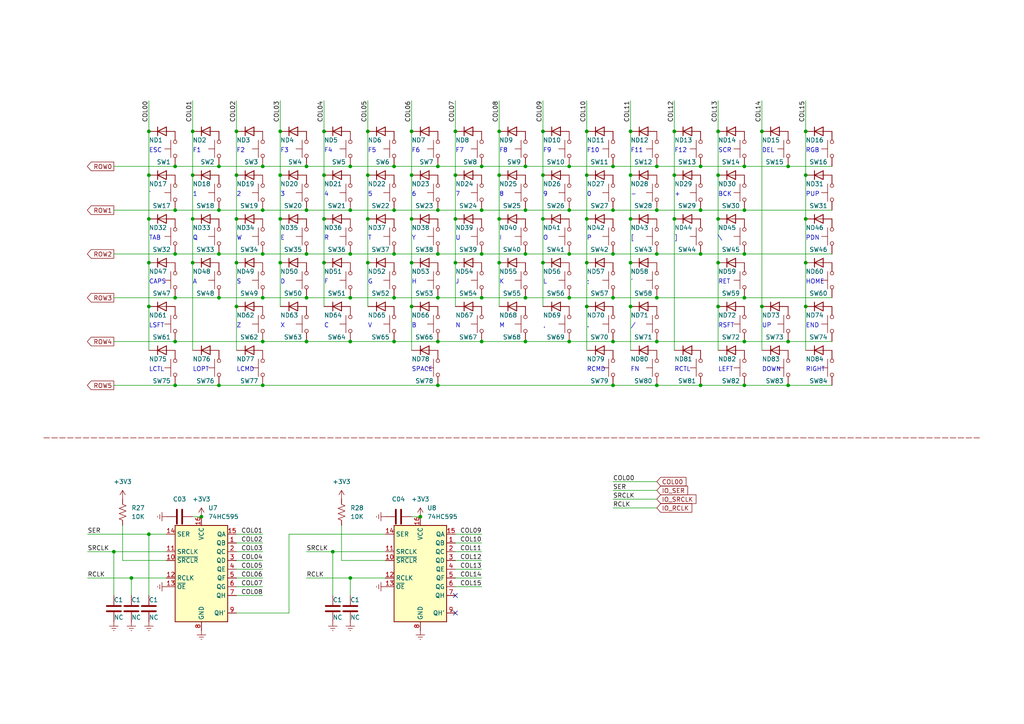
<source format=kicad_sch>
(kicad_sch (version 20230121) (generator eeschema)
  (paper "A4")
  (title_block (title "Keychron K3 Pro") (date "2023-07-04"))
  (junction (at 55.88 38.1))
  (junction (at 63.5 86.36))
  (junction (at 81.28 63.5))
  (junction (at 43.18 154.94))
  (junction (at 76.2 73.66))
  (junction (at 127 86.36))
  (junction (at 119.38 50.8))
  (junction (at 177.8 99.06))
  (junction (at 165.1 60.96))
  (junction (at 182.88 38.1))
  (junction (at 81.28 38.1))
  (junction (at 177.8 111.76))
  (junction (at 50.8 99.06))
  (junction (at 203.2 73.66))
  (junction (at 203.2 60.96))
  (junction (at 228.6 111.76))
  (junction (at 144.78 63.5))
  (junction (at 81.28 50.8))
  (junction (at 190.5 48.26))
  (junction (at 119.38 63.5))
  (junction (at 139.7 60.96))
  (junction (at 157.48 38.1))
  (junction (at 228.6 99.06))
  (junction (at 127 73.66))
  (junction (at 121.92 149.86))
  (junction (at 127 99.06))
  (junction (at 127 60.96))
  (junction (at 96.52 160.02))
  (junction (at 139.7 99.06))
  (junction (at 68.58 50.8))
  (junction (at 208.28 76.2))
  (junction (at 220.98 38.1))
  (junction (at 170.18 88.9))
  (junction (at 208.28 63.5))
  (junction (at 165.1 73.66))
  (junction (at 152.4 60.96))
  (junction (at 152.4 48.26))
  (junction (at 119.38 76.2))
  (junction (at 55.88 76.2))
  (junction (at 114.3 99.06))
  (junction (at 43.18 38.1))
  (junction (at 50.8 48.26))
  (junction (at 101.6 167.64))
  (junction (at 132.08 63.5))
  (junction (at 152.4 73.66))
  (junction (at 182.88 63.5))
  (junction (at 228.6 48.26))
  (junction (at 177.8 73.66))
  (junction (at 43.18 63.5))
  (junction (at 165.1 86.36))
  (junction (at 88.9 86.36))
  (junction (at 132.08 76.2))
  (junction (at 119.38 88.9))
  (junction (at 144.78 38.1))
  (junction (at 88.9 48.26))
  (junction (at 68.58 63.5))
  (junction (at 215.9 86.36))
  (junction (at 165.1 99.06))
  (junction (at 139.7 73.66))
  (junction (at 195.58 38.1))
  (junction (at 114.3 73.66))
  (junction (at 233.68 88.9))
  (junction (at 170.18 76.2))
  (junction (at 88.9 73.66))
  (junction (at 127 48.26))
  (junction (at 50.8 86.36))
  (junction (at 106.68 38.1))
  (junction (at 233.68 76.2))
  (junction (at 76.2 48.26))
  (junction (at 220.98 88.9))
  (junction (at 215.9 60.96))
  (junction (at 144.78 50.8))
  (junction (at 68.58 76.2))
  (junction (at 119.38 38.1))
  (junction (at 76.2 99.06))
  (junction (at 43.18 76.2))
  (junction (at 50.8 60.96))
  (junction (at 208.28 88.9))
  (junction (at 190.5 111.76))
  (junction (at 63.5 111.76))
  (junction (at 139.7 48.26))
  (junction (at 68.58 88.9))
  (junction (at 233.68 63.5))
  (junction (at 190.5 60.96))
  (junction (at 127 111.76))
  (junction (at 132.08 38.1))
  (junction (at 58.42 149.86))
  (junction (at 177.8 48.26))
  (junction (at 101.6 48.26))
  (junction (at 114.3 86.36))
  (junction (at 106.68 63.5))
  (junction (at 233.68 50.8))
  (junction (at 101.6 99.06))
  (junction (at 55.88 50.8))
  (junction (at 152.4 99.06))
  (junction (at 177.8 60.96))
  (junction (at 101.6 73.66))
  (junction (at 195.58 63.5))
  (junction (at 88.9 99.06))
  (junction (at 152.4 86.36))
  (junction (at 139.7 86.36))
  (junction (at 88.9 60.96))
  (junction (at 50.8 73.66))
  (junction (at 215.9 48.26))
  (junction (at 106.68 76.2))
  (junction (at 93.98 50.8))
  (junction (at 182.88 88.9))
  (junction (at 101.6 60.96))
  (junction (at 33.02 160.02))
  (junction (at 203.2 48.26))
  (junction (at 190.5 99.06))
  (junction (at 93.98 63.5))
  (junction (at 170.18 63.5))
  (junction (at 215.9 111.76))
  (junction (at 93.98 76.2))
  (junction (at 182.88 50.8))
  (junction (at 114.3 48.26))
  (junction (at 170.18 50.8))
  (junction (at 106.68 50.8))
  (junction (at 157.48 63.5))
  (junction (at 101.6 86.36))
  (junction (at 215.9 73.66))
  (junction (at 157.48 50.8))
  (junction (at 63.5 73.66))
  (junction (at 50.8 111.76))
  (junction (at 81.28 76.2))
  (junction (at 76.2 111.76))
  (junction (at 63.5 60.96))
  (junction (at 177.8 86.36))
  (junction (at 68.58 38.1))
  (junction (at 182.88 76.2))
  (junction (at 93.98 38.1))
  (junction (at 132.08 50.8))
  (junction (at 203.2 111.76))
  (junction (at 215.9 99.06))
  (junction (at 208.28 50.8))
  (junction (at 165.1 48.26))
  (junction (at 55.88 63.5))
  (junction (at 63.5 48.26))
  (junction (at 38.1 167.64))
  (junction (at 76.2 60.96))
  (junction (at 208.28 38.1))
  (junction (at 76.2 86.36))
  (junction (at 43.18 88.9))
  (junction (at 190.5 73.66))
  (junction (at 114.3 60.96))
  (junction (at 170.18 38.1))
  (junction (at 144.78 76.2))
  (junction (at 43.18 50.8))
  (junction (at 157.48 76.2))
  (junction (at 195.58 50.8))
  (junction (at 190.5 86.36))
  (junction (at 233.68 38.1))
  (no_connect (at 132.08 177.8))
  (no_connect (at 132.08 172.72))
  (wire (pts (xy 88.9 99.06) (xy 101.6 99.06)))
  (wire (pts (xy 233.68 76.2) (xy 233.68 88.9)))
  (wire (pts (xy 170.18 88.9) (xy 170.18 101.6)))
  (wire (pts (xy 165.1 60.96) (xy 177.8 60.96)))
  (wire (pts (xy 43.18 29.21) (xy 43.18 38.1)))
  (wire (pts (xy 165.1 99.06) (xy 177.8 99.06)))
  (wire (pts (xy 157.48 76.2) (xy 157.48 88.9)))
  (wire (pts (xy 182.88 38.1) (xy 182.88 50.8)))
  (wire (pts (xy 208.28 88.9) (xy 208.28 101.6)))
  (wire (pts (xy 165.1 86.36) (xy 177.8 86.36)))
  (wire (pts (xy 177.8 142.24) (xy 190.5 142.24)))
  (wire (pts (xy 99.06 162.56) (xy 111.76 162.56)))
  (wire (pts (xy 208.28 38.1) (xy 208.28 50.8)))
  (wire (pts (xy 93.98 29.21) (xy 93.98 38.1)))
  (wire (pts (xy 96.52 160.02) (xy 96.52 172.72)))
  (wire (pts (xy 182.88 50.8) (xy 182.88 63.5)))
  (wire (pts (xy 132.08 154.94) (xy 139.7 154.94)))
  (wire (pts (xy 43.18 88.9) (xy 43.18 101.6)))
  (wire (pts (xy 208.28 76.2) (xy 208.28 88.9)))
  (wire (pts (xy 228.6 111.76) (xy 241.3 111.76)))
  (wire (pts (xy 43.18 76.2) (xy 43.18 88.9)))
  (wire (pts (xy 88.9 160.02) (xy 96.52 160.02)))
  (wire (pts (xy 96.52 160.02) (xy 111.76 160.02)))
  (wire (pts (xy 228.6 99.06) (xy 241.3 99.06)))
  (wire (pts (xy 50.8 60.96) (xy 63.5 60.96)))
  (wire (pts (xy 50.8 73.66) (xy 63.5 73.66)))
  (wire (pts (xy 144.78 76.2) (xy 144.78 88.9)))
  (wire (pts (xy 68.58 167.64) (xy 76.2 167.64)))
  (wire (pts (xy 190.5 48.26) (xy 203.2 48.26)))
  (wire (pts (xy 139.7 86.36) (xy 152.4 86.36)))
  (wire (pts (xy 152.4 60.96) (xy 165.1 60.96)))
  (wire (pts (xy 33.02 99.06) (xy 50.8 99.06)))
  (wire (pts (xy 83.82 154.94) (xy 111.76 154.94)))
  (wire (pts (xy 203.2 60.96) (xy 215.9 60.96)))
  (wire (pts (xy 25.4 167.64) (xy 38.1 167.64)))
  (wire (pts (xy 170.18 29.21) (xy 170.18 38.1)))
  (wire (pts (xy 93.98 38.1) (xy 93.98 50.8)))
  (wire (pts (xy 220.98 29.21) (xy 220.98 38.1)))
  (wire (pts (xy 43.18 172.72) (xy 43.18 154.94)))
  (wire (pts (xy 132.08 167.64) (xy 139.7 167.64)))
  (wire (pts (xy 93.98 76.2) (xy 93.98 88.9)))
  (wire (pts (xy 208.28 29.21) (xy 208.28 38.1)))
  (wire (pts (xy 132.08 76.2) (xy 132.08 88.9)))
  (wire (pts (xy 139.7 73.66) (xy 152.4 73.66)))
  (wire (pts (xy 177.8 60.96) (xy 190.5 60.96)))
  (wire (pts (xy 76.2 60.96) (xy 88.9 60.96)))
  (wire (pts (xy 68.58 165.1) (xy 76.2 165.1)))
  (wire (pts (xy 50.8 48.26) (xy 63.5 48.26)))
  (wire (pts (xy 76.2 48.26) (xy 88.9 48.26)))
  (wire (pts (xy 68.58 162.56) (xy 76.2 162.56)))
  (wire (pts (xy 215.9 73.66) (xy 241.3 73.66)))
  (wire (pts (xy 157.48 50.8) (xy 157.48 63.5)))
  (wire (pts (xy 132.08 50.8) (xy 132.08 63.5)))
  (wire (pts (xy 195.58 38.1) (xy 195.58 50.8)))
  (wire (pts (xy 177.8 147.32) (xy 190.5 147.32)))
  (wire (pts (xy 55.88 149.86) (xy 58.42 149.86)))
  (wire (pts (xy 99.06 152.4) (xy 99.06 162.56)))
  (wire (pts (xy 132.08 29.21) (xy 132.08 38.1)))
  (wire (pts (xy 233.68 63.5) (xy 233.68 76.2)))
  (wire (pts (xy 132.08 38.1) (xy 132.08 50.8)))
  (wire (pts (xy 177.8 86.36) (xy 190.5 86.36)))
  (wire (pts (xy 76.2 111.76) (xy 127 111.76)))
  (wire (pts (xy 55.88 50.8) (xy 55.88 63.5)))
  (wire (pts (xy 93.98 63.5) (xy 93.98 76.2)))
  (wire (pts (xy 83.82 177.8) (xy 83.82 154.94)))
  (wire (pts (xy 68.58 170.18) (xy 76.2 170.18)))
  (wire (pts (xy 114.3 86.36) (xy 127 86.36)))
  (wire (pts (xy 33.02 60.96) (xy 50.8 60.96)))
  (wire (pts (xy 157.48 63.5) (xy 157.48 76.2)))
  (wire (pts (xy 43.18 50.8) (xy 43.18 63.5)))
  (wire (pts (xy 203.2 111.76) (xy 215.9 111.76)))
  (wire (pts (xy 157.48 29.21) (xy 157.48 38.1)))
  (wire (pts (xy 81.28 63.5) (xy 81.28 76.2)))
  (polyline (pts (xy 12.7 127) (xy 284.48 127)) (stroke (width 0) (type dash) (color 132 0 0 1)))
  (wire (pts (xy 50.8 111.76) (xy 63.5 111.76)))
  (wire (pts (xy 132.08 170.18) (xy 139.7 170.18)))
  (wire (pts (xy 33.02 160.02) (xy 48.26 160.02)))
  (wire (pts (xy 114.3 48.26) (xy 127 48.26)))
  (wire (pts (xy 170.18 38.1) (xy 170.18 50.8)))
  (wire (pts (xy 33.02 160.02) (xy 33.02 172.72)))
  (wire (pts (xy 170.18 50.8) (xy 170.18 63.5)))
  (wire (pts (xy 88.9 73.66) (xy 101.6 73.66)))
  (wire (pts (xy 63.5 48.26) (xy 76.2 48.26)))
  (wire (pts (xy 76.2 73.66) (xy 88.9 73.66)))
  (wire (pts (xy 106.68 38.1) (xy 106.68 50.8)))
  (wire (pts (xy 177.8 139.7) (xy 190.5 139.7)))
  (wire (pts (xy 68.58 177.8) (xy 83.82 177.8)))
  (wire (pts (xy 165.1 73.66) (xy 177.8 73.66)))
  (wire (pts (xy 127 86.36) (xy 139.7 86.36)))
  (wire (pts (xy 68.58 157.48) (xy 76.2 157.48)))
  (wire (pts (xy 119.38 76.2) (xy 119.38 88.9)))
  (wire (pts (xy 127 73.66) (xy 139.7 73.66)))
  (wire (pts (xy 165.1 48.26) (xy 177.8 48.26)))
  (wire (pts (xy 101.6 73.66) (xy 114.3 73.66)))
  (wire (pts (xy 88.9 167.64) (xy 101.6 167.64)))
  (wire (pts (xy 177.8 99.06) (xy 190.5 99.06)))
  (wire (pts (xy 101.6 86.36) (xy 114.3 86.36)))
  (wire (pts (xy 144.78 29.21) (xy 144.78 38.1)))
  (wire (pts (xy 38.1 167.64) (xy 48.26 167.64)))
  (wire (pts (xy 101.6 60.96) (xy 114.3 60.96)))
  (wire (pts (xy 50.8 86.36) (xy 63.5 86.36)))
  (wire (pts (xy 106.68 76.2) (xy 106.68 88.9)))
  (wire (pts (xy 215.9 60.96) (xy 241.3 60.96)))
  (wire (pts (xy 215.9 48.26) (xy 228.6 48.26)))
  (wire (pts (xy 68.58 50.8) (xy 68.58 63.5)))
  (wire (pts (xy 195.58 50.8) (xy 195.58 63.5)))
  (wire (pts (xy 119.38 38.1) (xy 119.38 50.8)))
  (wire (pts (xy 152.4 99.06) (xy 165.1 99.06)))
  (wire (pts (xy 144.78 50.8) (xy 144.78 63.5)))
  (wire (pts (xy 43.18 63.5) (xy 43.18 76.2)))
  (wire (pts (xy 93.98 50.8) (xy 93.98 63.5)))
  (wire (pts (xy 190.5 86.36) (xy 215.9 86.36)))
  (wire (pts (xy 33.02 73.66) (xy 50.8 73.66)))
  (wire (pts (xy 106.68 29.21) (xy 106.68 38.1)))
  (wire (pts (xy 43.18 38.1) (xy 43.18 50.8)))
  (wire (pts (xy 139.7 60.96) (xy 152.4 60.96)))
  (wire (pts (xy 190.5 99.06) (xy 215.9 99.06)))
  (wire (pts (xy 38.1 167.64) (xy 38.1 172.72)))
  (wire (pts (xy 101.6 167.64) (xy 111.76 167.64)))
  (wire (pts (xy 182.88 76.2) (xy 182.88 88.9)))
  (wire (pts (xy 81.28 50.8) (xy 81.28 63.5)))
  (wire (pts (xy 68.58 160.02) (xy 76.2 160.02)))
  (wire (pts (xy 233.68 29.21) (xy 233.68 38.1)))
  (wire (pts (xy 35.56 162.56) (xy 48.26 162.56)))
  (wire (pts (xy 114.3 60.96) (xy 127 60.96)))
  (wire (pts (xy 33.02 111.76) (xy 50.8 111.76)))
  (wire (pts (xy 127 48.26) (xy 139.7 48.26)))
  (wire (pts (xy 33.02 48.26) (xy 50.8 48.26)))
  (wire (pts (xy 152.4 48.26) (xy 165.1 48.26)))
  (wire (pts (xy 68.58 63.5) (xy 68.58 76.2)))
  (wire (pts (xy 63.5 60.96) (xy 76.2 60.96)))
  (wire (pts (xy 81.28 76.2) (xy 81.28 88.9)))
  (wire (pts (xy 144.78 38.1) (xy 144.78 50.8)))
  (wire (pts (xy 152.4 73.66) (xy 165.1 73.66)))
  (wire (pts (xy 50.8 99.06) (xy 76.2 99.06)))
  (wire (pts (xy 132.08 160.02) (xy 139.7 160.02)))
  (wire (pts (xy 68.58 88.9) (xy 68.58 101.6)))
  (wire (pts (xy 119.38 149.86) (xy 121.92 149.86)))
  (wire (pts (xy 33.02 86.36) (xy 50.8 86.36)))
  (wire (pts (xy 55.88 38.1) (xy 55.88 50.8)))
  (wire (pts (xy 68.58 172.72) (xy 76.2 172.72)))
  (wire (pts (xy 220.98 38.1) (xy 220.98 88.9)))
  (wire (pts (xy 132.08 165.1) (xy 139.7 165.1)))
  (wire (pts (xy 139.7 99.06) (xy 152.4 99.06)))
  (wire (pts (xy 190.5 111.76) (xy 203.2 111.76)))
  (wire (pts (xy 119.38 88.9) (xy 119.38 101.6)))
  (wire (pts (xy 81.28 38.1) (xy 81.28 50.8)))
  (wire (pts (xy 63.5 73.66) (xy 76.2 73.66)))
  (wire (pts (xy 127 60.96) (xy 139.7 60.96)))
  (wire (pts (xy 177.8 144.78) (xy 190.5 144.78)))
  (wire (pts (xy 101.6 48.26) (xy 114.3 48.26)))
  (wire (pts (xy 106.68 63.5) (xy 106.68 76.2)))
  (wire (pts (xy 101.6 99.06) (xy 114.3 99.06)))
  (wire (pts (xy 114.3 73.66) (xy 127 73.66)))
  (wire (pts (xy 208.28 63.5) (xy 208.28 76.2)))
  (wire (pts (xy 119.38 63.5) (xy 119.38 76.2)))
  (wire (pts (xy 190.5 60.96) (xy 203.2 60.96)))
  (wire (pts (xy 215.9 86.36) (xy 241.3 86.36)))
  (wire (pts (xy 101.6 167.64) (xy 101.6 172.72)))
  (wire (pts (xy 114.3 99.06) (xy 127 99.06)))
  (wire (pts (xy 127 99.06) (xy 139.7 99.06)))
  (wire (pts (xy 119.38 29.21) (xy 119.38 38.1)))
  (wire (pts (xy 195.58 29.21) (xy 195.58 38.1)))
  (wire (pts (xy 88.9 48.26) (xy 101.6 48.26)))
  (wire (pts (xy 132.08 63.5) (xy 132.08 76.2)))
  (wire (pts (xy 119.38 50.8) (xy 119.38 63.5)))
  (wire (pts (xy 127 111.76) (xy 177.8 111.76)))
  (wire (pts (xy 195.58 63.5) (xy 195.58 101.6)))
  (wire (pts (xy 139.7 48.26) (xy 152.4 48.26)))
  (wire (pts (xy 63.5 86.36) (xy 76.2 86.36)))
  (wire (pts (xy 68.58 76.2) (xy 68.58 88.9)))
  (wire (pts (xy 215.9 111.76) (xy 228.6 111.76)))
  (wire (pts (xy 88.9 86.36) (xy 101.6 86.36)))
  (wire (pts (xy 144.78 63.5) (xy 144.78 76.2)))
  (wire (pts (xy 157.48 38.1) (xy 157.48 50.8)))
  (wire (pts (xy 182.88 88.9) (xy 182.88 101.6)))
  (wire (pts (xy 215.9 99.06) (xy 228.6 99.06)))
  (wire (pts (xy 55.88 76.2) (xy 55.88 101.6)))
  (wire (pts (xy 25.4 160.02) (xy 33.02 160.02)))
  (wire (pts (xy 182.88 63.5) (xy 182.88 76.2)))
  (wire (pts (xy 106.68 50.8) (xy 106.68 63.5)))
  (wire (pts (xy 177.8 48.26) (xy 190.5 48.26)))
  (wire (pts (xy 63.5 111.76) (xy 76.2 111.76)))
  (wire (pts (xy 76.2 99.06) (xy 88.9 99.06)))
  (wire (pts (xy 152.4 86.36) (xy 165.1 86.36)))
  (wire (pts (xy 88.9 60.96) (xy 101.6 60.96)))
  (wire (pts (xy 68.58 154.94) (xy 76.2 154.94)))
  (wire (pts (xy 190.5 73.66) (xy 203.2 73.66)))
  (wire (pts (xy 233.68 38.1) (xy 233.68 50.8)))
  (wire (pts (xy 76.2 86.36) (xy 88.9 86.36)))
  (wire (pts (xy 68.58 38.1) (xy 68.58 50.8)))
  (wire (pts (xy 170.18 76.2) (xy 170.18 88.9)))
  (wire (pts (xy 43.18 154.94) (xy 48.26 154.94)))
  (wire (pts (xy 220.98 88.9) (xy 220.98 101.6)))
  (wire (pts (xy 177.8 111.76) (xy 190.5 111.76)))
  (wire (pts (xy 170.18 63.5) (xy 170.18 76.2)))
  (wire (pts (xy 132.08 157.48) (xy 139.7 157.48)))
  (wire (pts (xy 228.6 48.26) (xy 241.3 48.26)))
  (wire (pts (xy 25.4 154.94) (xy 43.18 154.94)))
  (wire (pts (xy 233.68 88.9) (xy 233.68 101.6)))
  (wire (pts (xy 81.28 29.21) (xy 81.28 38.1)))
  (wire (pts (xy 68.58 29.21) (xy 68.58 38.1)))
  (wire (pts (xy 55.88 29.21) (xy 55.88 38.1)))
  (wire (pts (xy 35.56 152.4) (xy 35.56 162.56)))
  (wire (pts (xy 132.08 162.56) (xy 139.7 162.56)))
  (wire (pts (xy 182.88 29.21) (xy 182.88 38.1)))
  (wire (pts (xy 233.68 50.8) (xy 233.68 63.5)))
  (wire (pts (xy 55.88 63.5) (xy 55.88 76.2)))
  (wire (pts (xy 177.8 73.66) (xy 190.5 73.66)))
  (wire (pts (xy 203.2 48.26) (xy 215.9 48.26)))
  (wire (pts (xy 208.28 50.8) (xy 208.28 63.5)))
  (wire (pts (xy 203.2 73.66) (xy 215.9 73.66)))
  (text "END" (at 233.68 95.25 0) (effects (font (size 1.27 1.27)) (justify left bottom)))
  (text "F3" (at 81.28 44.45 0) (effects (font (size 1.27 1.27)) (justify left bottom)))
  (text "LEFT" (at 208.28 107.95 0) (effects (font (size 1.27 1.27)) (justify left bottom)))
  (text "T" (at 106.68 69.85 0) (effects (font (size 1.27 1.27)) (justify left bottom)))
  (text "," (at 157.48 95.25 0) (effects (font (size 1.27 1.27)) (justify left bottom)))
  (text "F8" (at 144.78 44.45 0) (effects (font (size 1.27 1.27)) (justify left bottom)))
  (text "F12" (at 195.58 44.45 0) (effects (font (size 1.27 1.27)) (justify left bottom)))
  (text "RSFT" (at 208.28 95.25 0) (effects (font (size 1.27 1.27)) (justify left bottom)))
  (text "F9" (at 157.48 44.45 0) (effects (font (size 1.27 1.27)) (justify left bottom)))
  (text "DOWN" (at 220.98 107.95 0) (effects (font (size 1.27 1.27)) (justify left bottom)))
  (text "]" (at 195.58 69.85 0) (effects (font (size 1.27 1.27)) (justify left bottom)))
  (text "K" (at 144.78 82.55 0) (effects (font (size 1.27 1.27)) (justify left bottom)))
  (text "RIGHT" (at 233.68 107.95 0) (effects (font (size 1.27 1.27)) (justify left bottom)))
  (text "D" (at 81.28 82.55 0) (effects (font (size 1.27 1.27)) (justify left bottom)))
  (text "H" (at 119.38 82.55 0) (effects (font (size 1.27 1.27)) (justify left bottom)))
  (text "F4" (at 93.98 44.45 0) (effects (font (size 1.27 1.27)) (justify left bottom)))
  (text "S" (at 68.58 82.55 0) (effects (font (size 1.27 1.27)) (justify left bottom)))
  (text "[" (at 182.88 69.85 0) (effects (font (size 1.27 1.27)) (justify left bottom)))
  (text "Z" (at 68.58 95.25 0) (effects (font (size 1.27 1.27)) (justify left bottom)))
  (text "HOME" (at 233.68 82.55 0) (effects (font (size 1.27 1.27)) (justify left bottom)))
  (text "SPACE" (at 119.38 107.95 0) (effects (font (size 1.27 1.27)) (justify left bottom)))
  (text "4" (at 93.98 57.15 0) (effects (font (size 1.27 1.27)) (justify left bottom)))
  (text "C" (at 93.98 95.25 0) (effects (font (size 1.27 1.27)) (justify left bottom)))
  (text "UP" (at 220.98 95.25 0) (effects (font (size 1.27 1.27)) (justify left bottom)))
  (text "R" (at 93.98 69.85 0) (effects (font (size 1.27 1.27)) (justify left bottom)))
  (text "N" (at 132.08 95.25 0) (effects (font (size 1.27 1.27)) (justify left bottom)))
  (text "1" (at 55.88 57.15 0) (effects (font (size 1.27 1.27)) (justify left bottom)))
  (text ";" (at 170.18 82.55 0) (effects (font (size 1.27 1.27)) (justify left bottom)))
  (text "L" (at 157.48 82.55 0) (effects (font (size 1.27 1.27)) (justify left bottom)))
  (text "." (at 170.18 95.25 0) (effects (font (size 1.27 1.27)) (justify left bottom)))
  (text "DEL" (at 220.98 44.45 0) (effects (font (size 1.27 1.27)) (justify left bottom)))
  (text "\\" (at 208.28 69.85 0) (effects (font (size 1.27 1.27)) (justify left bottom)))
  (text "'" (at 182.88 82.55 0) (effects (font (size 1.27 1.27)) (justify left bottom)))
  (text "SCR" (at 208.28 44.45 0) (effects (font (size 1.27 1.27)) (justify left bottom)))
  (text "Q" (at 55.88 69.85 0) (effects (font (size 1.27 1.27)) (justify left bottom)))
  (text "/" (at 182.88 95.25 0) (effects (font (size 1.27 1.27)) (justify left bottom)))
  (text "V" (at 106.68 95.25 0) (effects (font (size 1.27 1.27)) (justify left bottom)))
  (text "3" (at 81.28 57.15 0) (effects (font (size 1.27 1.27)) (justify left bottom)))
  (text "`" (at 43.18 57.15 0) (effects (font (size 1.27 1.27)) (justify left bottom)))
  (text "PUP" (at 233.68 57.15 0) (effects (font (size 1.27 1.27)) (justify left bottom)))
  (text "G" (at 106.68 82.55 0) (effects (font (size 1.27 1.27)) (justify left bottom)))
  (text "BCK" (at 208.28 57.15 0) (effects (font (size 1.27 1.27)) (justify left bottom)))
  (text "F" (at 93.98 82.55 0) (effects (font (size 1.27 1.27)) (justify left bottom)))
  (text "RCTL" (at 195.58 107.95 0) (effects (font (size 1.27 1.27)) (justify left bottom)))
  (text "F2" (at 68.58 44.45 0) (effects (font (size 1.27 1.27)) (justify left bottom)))
  (text "P" (at 170.18 69.85 0) (effects (font (size 1.27 1.27)) (justify left bottom)))
  (text "LCTL" (at 43.18 107.95 0) (effects (font (size 1.27 1.27)) (justify left bottom)))
  (text "RCMD" (at 170.18 107.95 0) (effects (font (size 1.27 1.27)) (justify left bottom)))
  (text "LOPT" (at 55.88 107.95 0) (effects (font (size 1.27 1.27)) (justify left bottom)))
  (text "RGB" (at 233.68 44.45 0) (effects (font (size 1.27 1.27)) (justify left bottom)))
  (text "Y" (at 119.38 69.85 0) (effects (font (size 1.27 1.27)) (justify left bottom)))
  (text "F5" (at 106.68 44.45 0) (effects (font (size 1.27 1.27)) (justify left bottom)))
  (text "A" (at 55.88 82.55 0) (effects (font (size 1.27 1.27)) (justify left bottom)))
  (text "U" (at 132.08 69.85 0) (effects (font (size 1.27 1.27)) (justify left bottom)))
  (text "7" (at 132.08 57.15 0) (effects (font (size 1.27 1.27)) (justify left bottom)))
  (text "O" (at 157.48 69.85 0) (effects (font (size 1.27 1.27)) (justify left bottom)))
  (text "5" (at 106.68 57.15 0) (effects (font (size 1.27 1.27)) (justify left bottom)))
  (text "B" (at 119.38 95.25 0) (effects (font (size 1.27 1.27)) (justify left bottom)))
  (text "E" (at 81.28 69.85 0) (effects (font (size 1.27 1.27)) (justify left bottom)))
  (text "F7" (at 132.08 44.45 0) (effects (font (size 1.27 1.27)) (justify left bottom)))
  (text "8" (at 144.78 57.15 0) (effects (font (size 1.27 1.27)) (justify left bottom)))
  (text "F1" (at 55.88 44.45 0) (effects (font (size 1.27 1.27)) (justify left bottom)))
  (text "6" (at 119.38 57.15 0) (effects (font (size 1.27 1.27)) (justify left bottom)))
  (text "X" (at 81.28 95.25 0) (effects (font (size 1.27 1.27)) (justify left bottom)))
  (text "9" (at 157.48 57.15 0) (effects (font (size 1.27 1.27)) (justify left bottom)))
  (text "RET" (at 208.28 82.55 0) (effects (font (size 1.27 1.27)) (justify left bottom)))
  (text "CAPS" (at 43.18 82.55 0) (effects (font (size 1.27 1.27)) (justify left bottom)))
  (text "ESC" (at 43.18 44.45 0) (effects (font (size 1.27 1.27)) (justify left bottom)))
  (text "F10" (at 170.18 44.45 0) (effects (font (size 1.27 1.27)) (justify left bottom)))
  (text "LCMD" (at 68.58 107.95 0) (effects (font (size 1.27 1.27)) (justify left bottom)))
  (text "-" (at 182.88 57.15 0) (effects (font (size 1.27 1.27)) (justify left bottom)))
  (text "F11" (at 182.88 44.45 0) (effects (font (size 1.27 1.27)) (justify left bottom)))
  (text "J" (at 132.08 82.55 0) (effects (font (size 1.27 1.27)) (justify left bottom)))
  (text "FN" (at 182.88 107.95 0) (effects (font (size 1.27 1.27)) (justify left bottom)))
  (text "LSFT" (at 43.18 95.25 0) (effects (font (size 1.27 1.27)) (justify left bottom)))
  (text "PDN" (at 233.68 69.85 0) (effects (font (size 1.27 1.27)) (justify left bottom)))
  (text "F6" (at 119.38 44.45 0) (effects (font (size 1.27 1.27)) (justify left bottom)))
  (text "2" (at 68.58 57.15 0) (effects (font (size 1.27 1.27)) (justify left bottom)))
  (text "+" (at 195.58 57.15 0) (effects (font (size 1.27 1.27)) (justify left bottom)))
  (text "M" (at 144.78 95.25 0) (effects (font (size 1.27 1.27)) (justify left bottom)))
  (text "TAB" (at 43.18 69.85 0) (effects (font (size 1.27 1.27)) (justify left bottom)))
  (text "I" (at 144.78 69.85 0) (effects (font (size 1.27 1.27)) (justify left bottom)))
  (text "W" (at 68.58 69.85 0) (effects (font (size 1.27 1.27)) (justify left bottom)))
  (text "0" (at 170.18 57.15 0) (effects (font (size 1.27 1.27)) (justify left bottom)))
  (label "COL10" (at 170.18 29.21 270))
  (label "COL06" (at 119.38 29.21 270))
  (label "COL11" (at 182.88 29.21 270))
  (label "COL01" (at 76.2 154.94 180))
  (label "COL11" (at 139.7 160.02 180))
  (label "COL09" (at 157.48 29.21 270))
  (label "COL14" (at 139.7 167.64 180))
  (label "COL08" (at 144.78 29.21 270))
  (label "SER" (at 177.8 142.24 0))
  (label "RCLK" (at 25.4 167.64 0))
  (label "SRCLK" (at 25.4 160.02 0))
  (label "COL03" (at 76.2 160.02 180))
  (label "COL13" (at 208.28 29.21 270))
  (label "COL03" (at 81.28 29.21 270))
  (label "COL06" (at 76.2 167.64 180))
  (label "COL02" (at 68.58 29.21 270))
  (label "RCLK" (at 177.8 147.32 0))
  (label "COL13" (at 139.7 165.1 180))
  (label "COL14" (at 220.98 29.21 270))
  (label "COL12" (at 139.7 162.56 180))
  (label "COL08" (at 76.2 172.72 180))
  (label "COL04" (at 93.98 29.21 270))
  (label "COL05" (at 76.2 165.1 180))
  (label "COL05" (at 106.68 29.21 270))
  (label "COL01" (at 55.88 29.21 270))
  (label "COL15" (at 233.68 29.21 270))
  (label "COL00" (at 43.18 29.21 270))
  (label "COL02" (at 76.2 157.48 180))
  (label "RCLK" (at 88.9 167.64 0))
  (label "COL07" (at 76.2 170.18 180))
  (label "COL15" (at 139.7 170.18 180))
  (label "COL00" (at 177.8 139.7 0))
  (label "COL09" (at 139.7 154.94 180))
  (label "COL12" (at 195.58 29.21 270))
  (label "SRCLK" (at 177.8 144.78 0))
  (label "COL07" (at 132.08 29.21 270))
  (label "COL10" (at 139.7 157.48 180))
  (label "SRCLK" (at 88.9 160.02 0))
  (label "SER" (at 25.4 154.94 0))
  (label "COL04" (at 76.2 162.56 180))
  (global_label "ROW5" (shape output) (at 33.02 111.76 180) (property "Intersheetrefs" "${INTERSHEET_REFS}" (effects hide)))
  (global_label "COL00" (shape input) (at 190.5 139.7 0) (property "Intersheetrefs" "${INTERSHEET_REFS}" (effects hide)))
  (global_label "IO_RCLK" (shape input) (at 190.5 147.32 0) (property "Intersheetrefs" "${INTERSHEET_REFS}" (effects hide)))
  (global_label "IO_SRCLK" (shape input) (at 190.5 144.78 0) (property "Intersheetrefs" "${INTERSHEET_REFS}" (effects hide)))
  (global_label "ROW2" (shape output) (at 33.02 73.66 180) (property "Intersheetrefs" "${INTERSHEET_REFS}" (effects hide)))
  (global_label "IO_SER" (shape input) (at 190.5 142.24 0) (property "Intersheetrefs" "${INTERSHEET_REFS}" (effects hide)))
  (global_label "ROW0" (shape output) (at 33.02 48.26 180) (property "Intersheetrefs" "${INTERSHEET_REFS}" (effects hide)))
  (global_label "ROW3" (shape output) (at 33.02 86.36 180) (property "Intersheetrefs" "${INTERSHEET_REFS}" (effects hide)))
  (global_label "ROW1" (shape output) (at 33.02 60.96 180) (property "Intersheetrefs" "${INTERSHEET_REFS}" (effects hide)))
  (global_label "ROW4" (shape output) (at 33.02 99.06 180) (property "Intersheetrefs" "${INTERSHEET_REFS}" (effects hide)))
  (symbol (lib_id "Switch:SW_Push") (at 241.3 55.88 90) (unit 1)
    (property "Reference" "SW31" (at 240.03 59.69 90) (effects (justify left)))
    (property "Value" "SW_Push" (effects hide))
  )
  (symbol (lib_id "Device:D") (at 123.19 101.6 0) (unit 1)
    (property "Reference" "ND78" (at 119.38 104.14 0) (effects (justify left)))
    (property "Value" "D" (effects hide))
    (property "Sim.Device" "D" (effects hide))
    (property "Sim.Pins" "1=K 2=A" (effects hide))
  )
  (symbol (lib_id "Device:D") (at 59.69 63.5 0) (unit 1)
    (property "Reference" "ND33" (at 55.88 66.04 0) (effects (justify left)))
    (property "Value" "D" (effects hide))
    (property "Sim.Device" "D" (effects hide))
    (property "Sim.Pins" "1=K 2=A" (effects hide))
  )
  (symbol (lib_id "Device:D") (at 173.99 38.1 0) (unit 1)
    (property "Reference" "ND11" (at 170.18 40.64 0) (effects (justify left)))
    (property "Value" "D" (effects hide))
    (property "Sim.Device" "D" (effects hide))
    (property "Sim.Pins" "1=K 2=A" (effects hide))
  )
  (symbol (lib_id "Switch:SW_Push") (at 241.3 81.28 90) (unit 1)
    (property "Reference" "SW60" (at 240.03 85.09 90) (effects (justify left)))
    (property "Value" "SW_Push" (effects hide))
  )
  (symbol (lib_id "Switch:SW_Push") (at 203.2 55.88 90) (unit 1)
    (property "Reference" "SW29" (at 201.93 59.69 90) (effects (justify left)))
    (property "Value" "SW_Push" (effects hide))
  )
  (symbol (lib_id "Switch:SW_Push") (at 241.3 106.68 90) (unit 1)
    (property "Reference" "SW84" (at 240.03 110.49 90) (effects (justify left)))
    (property "Value" "SW_Push" (effects hide))
  )
  (symbol (lib_id "Switch:SW_Push") (at 114.3 93.98 90) (unit 1)
    (property "Reference" "SW65" (at 113.03 97.79 90) (effects (justify left)))
    (property "Value" "SW_Push" (effects hide))
  )
  (symbol (lib_id "Device:C") (at 33.02 176.53 0) (unit 1)
    (property "Reference" "C1" (at 33.02 173.99 0) (effects (justify left)))
    (property "Value" "NC" (at 33.02 179.07 0) (effects (justify left)))
    (instances (project "K3PRO" (path "" (reference "C1") (unit 1)) (path "" (reference "C29") (unit 1))))
  )
  (symbol (lib_id "power:+3V3") (at 58.42 149.86 0) (unit 1)
    (property "Reference" "#PWR08" (effects hide))
    (property "Value" "+3V3" (at 58.42 144.78 0))
    (instances (project "K3PRO" (path "" (reference "#PWR08") (unit 1)) (path "" (reference "#PWR05") (unit 1))))
  )
  (symbol (lib_id "Device:D") (at 148.59 50.8 0) (unit 1)
    (property "Reference" "ND25" (at 144.78 53.34 0) (effects (justify left)))
    (property "Value" "D" (effects hide))
    (property "Sim.Device" "D" (effects hide))
    (property "Sim.Pins" "1=K 2=A" (effects hide))
  )
  (symbol (lib_id "Device:D") (at 72.39 63.5 0) (unit 1)
    (property "Reference" "ND34" (at 68.58 66.04 0) (effects (justify left)))
    (property "Value" "D" (effects hide))
    (property "Sim.Device" "D" (effects hide))
    (property "Sim.Pins" "1=K 2=A" (effects hide))
  )
  (symbol (lib_id "Device:D") (at 72.39 76.2 0) (unit 1)
    (property "Reference" "ND49" (at 68.58 78.74 0) (effects (justify left)))
    (property "Value" "D" (effects hide))
    (property "Sim.Device" "D" (effects hide))
    (property "Sim.Pins" "1=K 2=A" (effects hide))
  )
  (symbol (lib_id "Device:D") (at 186.69 88.9 0) (unit 1)
    (property "Reference" "ND71" (at 182.88 91.44 0) (effects (justify left)))
    (property "Value" "D" (effects hide))
    (property "Sim.Device" "D" (effects hide))
    (property "Sim.Pins" "1=K 2=A" (effects hide))
  )
  (symbol (lib_id "Device:D") (at 97.79 38.1 0) (unit 1)
    (property "Reference" "ND5" (at 93.98 40.64 0) (effects (justify left)))
    (property "Value" "D" (effects hide))
    (property "Sim.Device" "D" (effects hide))
    (property "Sim.Pins" "1=K 2=A" (effects hide))
  )
  (symbol (lib_id "Device:D") (at 148.59 76.2 0) (unit 1)
    (property "Reference" "ND55" (at 144.78 78.74 0) (effects (justify left)))
    (property "Value" "D" (effects hide))
    (property "Sim.Device" "D" (effects hide))
    (property "Sim.Pins" "1=K 2=A" (effects hide))
  )
  (symbol (lib_id "Switch:SW_Push") (at 152.4 55.88 90) (unit 1)
    (property "Reference" "SW25" (at 151.13 59.69 90) (effects (justify left)))
    (property "Value" "SW_Push" (effects hide))
  )
  (symbol (lib_id "Device:D") (at 186.69 38.1 0) (unit 1)
    (property "Reference" "ND12" (at 182.88 40.64 0) (effects (justify left)))
    (property "Value" "D" (effects hide))
    (property "Sim.Device" "D" (effects hide))
    (property "Sim.Pins" "1=K 2=A" (effects hide))
  )
  (symbol (lib_id "Device:D") (at 173.99 76.2 0) (unit 1)
    (property "Reference" "ND57" (at 170.18 78.74 0) (effects (justify left)))
    (property "Value" "D" (effects hide))
    (property "Sim.Device" "D" (effects hide))
    (property "Sim.Pins" "1=K 2=A" (effects hide))
  )
  (symbol (lib_id "Switch:SW_Push") (at 114.3 81.28 90) (unit 1)
    (property "Reference" "SW52" (at 113.03 85.09 90) (effects (justify left)))
    (property "Value" "SW_Push" (effects hide))
  )
  (symbol (lib_id "Switch:SW_Push") (at 215.9 68.58 90) (unit 1)
    (property "Reference" "SW45" (at 214.63 72.39 90) (effects (justify left)))
    (property "Value" "SW_Push" (effects hide))
  )
  (symbol (lib_id "Device:D") (at 97.79 63.5 0) (unit 1)
    (property "Reference" "ND36" (at 93.98 66.04 0) (effects (justify left)))
    (property "Value" "D" (effects hide))
    (property "Sim.Device" "D" (effects hide))
    (property "Sim.Pins" "1=K 2=A" (effects hide))
  )
  (symbol (lib_id "Device:D") (at 237.49 38.1 0) (unit 1)
    (property "Reference" "ND16" (at 233.68 40.64 0) (effects (justify left)))
    (property "Value" "D" (effects hide))
    (property "Sim.Device" "D" (effects hide))
    (property "Sim.Pins" "1=K 2=A" (effects hide))
  )
  (symbol (lib_id "Switch:SW_Push") (at 50.8 43.18 90) (unit 1)
    (property "Reference" "SW1" (at 49.53 46.99 90) (effects (justify left)))
    (property "Value" "SW_Push" (effects hide))
  )
  (symbol (lib_id "Switch:SW_Push") (at 127 106.68 90) (unit 1)
    (property "Reference" "SW78" (at 125.73 110.49 90) (effects (justify left)))
    (property "Value" "SW_Push" (effects hide))
  )
  (symbol (lib_id "Device:D") (at 237.49 63.5 0) (unit 1)
    (property "Reference" "ND46" (at 233.68 66.04 0) (effects (justify left)))
    (property "Value" "D" (effects hide))
    (property "Sim.Device" "D" (effects hide))
    (property "Sim.Pins" "1=K 2=A" (effects hide))
  )
  (symbol (lib_id "Device:D") (at 123.19 76.2 0) (unit 1)
    (property "Reference" "ND53" (at 119.38 78.74 0) (effects (justify left)))
    (property "Value" "D" (effects hide))
    (property "Sim.Device" "D" (effects hide))
    (property "Sim.Pins" "1=K 2=A" (effects hide))
  )
  (symbol (lib_id "Device:D") (at 161.29 38.1 0) (unit 1)
    (property "Reference" "ND10" (at 157.48 40.64 0) (effects (justify left)))
    (property "Value" "D" (effects hide))
    (property "Sim.Device" "D" (effects hide))
    (property "Sim.Pins" "1=K 2=A" (effects hide))
  )
  (symbol (lib_id "Switch:SW_Push") (at 50.8 106.68 90) (unit 1)
    (property "Reference" "SW75" (at 49.53 110.49 90) (effects (justify left)))
    (property "Value" "SW_Push" (effects hide))
  )
  (symbol (lib_id "Device:D") (at 123.19 38.1 0) (unit 1)
    (property "Reference" "ND7" (at 119.38 40.64 0) (effects (justify left)))
    (property "Value" "D" (effects hide))
    (property "Sim.Device" "D" (effects hide))
    (property "Sim.Pins" "1=K 2=A" (effects hide))
  )
  (symbol (lib_id "Device:R_US") (at 99.06 148.59 0) (unit 1)
    (property "Reference" "R28" (at 101.6 147.32 0) (effects (justify left)))
    (property "Value" "10K" (at 101.6 149.86 0) (effects (justify left)))
  )
  (symbol (lib_id "Switch:SW_Push") (at 190.5 93.98 90) (unit 1)
    (property "Reference" "SW71" (at 189.23 97.79 90) (effects (justify left)))
    (property "Value" "SW_Push" (effects hide))
  )
  (symbol (lib_id "Device:D") (at 212.09 50.8 0) (unit 1)
    (property "Reference" "ND30" (at 208.28 53.34 0) (effects (justify left)))
    (property "Value" "D" (effects hide))
    (property "Sim.Device" "D" (effects hide))
    (property "Sim.Pins" "1=K 2=A" (effects hide))
  )
  (symbol (lib_id "Switch:SW_Push") (at 101.6 93.98 90) (unit 1)
    (property "Reference" "SW64" (at 100.33 97.79 90) (effects (justify left)))
    (property "Value" "SW_Push" (effects hide))
  )
  (symbol (lib_id "Device:D") (at 85.09 88.9 0) (unit 1)
    (property "Reference" "ND63" (at 81.28 91.44 0) (effects (justify left)))
    (property "Value" "D" (effects hide))
    (property "Sim.Device" "D" (effects hide))
    (property "Sim.Pins" "1=K 2=A" (effects hide))
  )
  (symbol (lib_id "Device:D") (at 110.49 76.2 0) (unit 1)
    (property "Reference" "ND52" (at 106.68 78.74 0) (effects (justify left)))
    (property "Value" "D" (effects hide))
    (property "Sim.Device" "D" (effects hide))
    (property "Sim.Pins" "1=K 2=A" (effects hide))
  )
  (symbol (lib_id "Device:D") (at 186.69 101.6 0) (unit 1)
    (property "Reference" "ND80" (at 182.88 104.14 0) (effects (justify left)))
    (property "Value" "D" (effects hide))
    (property "Sim.Device" "D" (effects hide))
    (property "Sim.Pins" "1=K 2=A" (effects hide))
  )
  (symbol (lib_id "Switch:SW_Push") (at 63.5 106.68 90) (unit 1)
    (property "Reference" "SW76" (at 62.23 110.49 90) (effects (justify left)))
    (property "Value" "SW_Push" (effects hide))
  )
  (symbol (lib_id "Device:D") (at 199.39 50.8 0) (unit 1)
    (property "Reference" "ND29" (at 195.58 53.34 0) (effects (justify left)))
    (property "Value" "D" (effects hide))
    (property "Sim.Device" "D" (effects hide))
    (property "Sim.Pins" "1=K 2=A" (effects hide))
  )
  (symbol (lib_id "Device:C") (at 96.52 176.53 0) (unit 1)
    (property "Reference" "C1" (at 96.52 173.99 0) (effects (justify left)))
    (property "Value" "NC" (at 96.52 179.07 0) (effects (justify left)))
    (instances (project "K3PRO" (path "" (reference "C1") (unit 1)) (path "" (reference "C22") (unit 1))))
  )
  (symbol (lib_id "Switch:SW_Push") (at 76.2 106.68 90) (unit 1)
    (property "Reference" "SW77" (at 74.93 110.49 90) (effects (justify left)))
    (property "Value" "SW_Push" (effects hide))
  )
  (symbol (lib_id "Switch:SW_Push") (at 203.2 106.68 90) (unit 1)
    (property "Reference" "SW81" (at 201.93 110.49 90) (effects (justify left)))
    (property "Value" "SW_Push" (effects hide))
  )
  (symbol (lib_id "power:GNDREF") (at 48.26 170.18 270) (unit 1)
    (property "Reference" "#PWR013" (effects hide))
    (property "Value" "GNDREF" (effects hide))
    (instances (project "K3PRO" (path "" (reference "#PWR013") (unit 1)) (path "" (reference "#PWR024") (unit 1))))
  )
  (symbol (lib_id "Device:D") (at 199.39 101.6 0) (unit 1)
    (property "Reference" "ND81" (at 195.58 104.14 0) (effects (justify left)))
    (property "Value" "D" (effects hide))
    (property "Sim.Device" "D" (effects hide))
    (property "Sim.Pins" "1=K 2=A" (effects hide))
  )
  (symbol (lib_id "Device:D") (at 186.69 63.5 0) (unit 1)
    (property "Reference" "ND43" (at 182.88 66.04 0) (effects (justify left)))
    (property "Value" "D" (effects hide))
    (property "Sim.Device" "D" (effects hide))
    (property "Sim.Pins" "1=K 2=A" (effects hide))
  )
  (symbol (lib_id "Switch:SW_Push") (at 63.5 81.28 90) (unit 1)
    (property "Reference" "SW48" (at 62.23 85.09 90) (effects (justify left)))
    (property "Value" "SW_Push" (effects hide))
  )
  (symbol (lib_id "Switch:SW_Push") (at 76.2 55.88 90) (unit 1)
    (property "Reference" "SW19" (at 74.93 59.69 90) (effects (justify left)))
    (property "Value" "SW_Push" (effects hide))
  )
  (symbol (lib_id "Switch:SW_Push") (at 177.8 43.18 90) (unit 1)
    (property "Reference" "SW11" (at 176.53 46.99 90) (effects (justify left)))
    (property "Value" "SW_Push" (effects hide))
  )
  (symbol (lib_id "74xx:74HC595") (at 58.42 165.1 0) (unit 1)
    (property "Reference" "U7" (at 60.3759 147.32 0) (effects (justify left)))
    (property "Value" "74HC595" (at 60.3759 149.86 0) (effects (justify left)))
    (property "Datasheet" "http://www.ti.com/lit/ds/symlink/sn74hc595.pdf" (effects hide))
  )
  (symbol (lib_id "Device:D") (at 97.79 88.9 0) (unit 1)
    (property "Reference" "ND64" (at 93.98 91.44 0) (effects (justify left)))
    (property "Value" "D" (effects hide))
    (property "Sim.Device" "D" (effects hide))
    (property "Sim.Pins" "1=K 2=A" (effects hide))
  )
  (symbol (lib_id "Switch:SW_Push") (at 63.5 68.58 90) (unit 1)
    (property "Reference" "SW33" (at 62.23 72.39 90) (effects (justify left)))
    (property "Value" "SW_Push" (effects hide))
  )
  (symbol (lib_id "Device:D") (at 97.79 76.2 0) (unit 1)
    (property "Reference" "ND51" (at 93.98 78.74 0) (effects (justify left)))
    (property "Value" "D" (effects hide))
    (property "Sim.Device" "D" (effects hide))
    (property "Sim.Pins" "1=K 2=A" (effects hide))
  )
  (symbol (lib_id "Switch:SW_Push") (at 139.7 93.98 90) (unit 1)
    (property "Reference" "SW67" (at 138.43 97.79 90) (effects (justify left)))
    (property "Value" "SW_Push" (effects hide))
  )
  (symbol (lib_id "Device:D") (at 199.39 63.5 0) (unit 1)
    (property "Reference" "ND44" (at 195.58 66.04 0) (effects (justify left)))
    (property "Value" "D" (effects hide))
    (property "Sim.Device" "D" (effects hide))
    (property "Sim.Pins" "1=K 2=A" (effects hide))
  )
  (symbol (lib_id "Device:D") (at 97.79 50.8 0) (unit 1)
    (property "Reference" "ND21" (at 93.98 53.34 0) (effects (justify left)))
    (property "Value" "D" (effects hide))
    (property "Sim.Device" "D" (effects hide))
    (property "Sim.Pins" "1=K 2=A" (effects hide))
  )
  (symbol (lib_id "Device:D") (at 199.39 38.1 0) (unit 1)
    (property "Reference" "ND13" (at 195.58 40.64 0) (effects (justify left)))
    (property "Value" "D" (effects hide))
    (property "Sim.Device" "D" (effects hide))
    (property "Sim.Pins" "1=K 2=A" (effects hide))
  )
  (symbol (lib_id "Switch:SW_Push") (at 114.3 68.58 90) (unit 1)
    (property "Reference" "SW37" (at 113.03 72.39 90) (effects (justify left)))
    (property "Value" "SW_Push" (effects hide))
  )
  (symbol (lib_id "Switch:SW_Push") (at 228.6 93.98 90) (unit 1)
    (property "Reference" "SW73" (at 227.33 97.79 90) (effects (justify left)))
    (property "Value" "SW_Push" (effects hide))
  )
  (symbol (lib_id "Device:D") (at 110.49 88.9 0) (unit 1)
    (property "Reference" "ND65" (at 106.68 91.44 0) (effects (justify left)))
    (property "Value" "D" (effects hide))
    (property "Sim.Device" "D" (effects hide))
    (property "Sim.Pins" "1=K 2=A" (effects hide))
  )
  (symbol (lib_id "Device:D") (at 135.89 76.2 0) (unit 1)
    (property "Reference" "ND54" (at 132.08 78.74 0) (effects (justify left)))
    (property "Value" "D" (effects hide))
    (property "Sim.Device" "D" (effects hide))
    (property "Sim.Pins" "1=K 2=A" (effects hide))
  )
  (symbol (lib_id "Switch:SW_Push") (at 50.8 93.98 90) (unit 1)
    (property "Reference" "SW61" (at 49.53 97.79 90) (effects (justify left)))
    (property "Value" "SW_Push" (effects hide))
  )
  (symbol (lib_id "Switch:SW_Push") (at 63.5 55.88 90) (unit 1)
    (property "Reference" "SW18" (at 62.23 59.69 90) (effects (justify left)))
    (property "Value" "SW_Push" (effects hide))
  )
  (symbol (lib_id "Switch:SW_Push") (at 88.9 43.18 90) (unit 1)
    (property "Reference" "SW4" (at 87.63 46.99 90) (effects (justify left)))
    (property "Value" "SW_Push" (effects hide))
  )
  (symbol (lib_id "Switch:SW_Push") (at 139.7 68.58 90) (unit 1)
    (property "Reference" "SW39" (at 138.43 72.39 90) (effects (justify left)))
    (property "Value" "SW_Push" (effects hide))
  )
  (symbol (lib_id "Device:D") (at 110.49 63.5 0) (unit 1)
    (property "Reference" "ND37" (at 106.68 66.04 0) (effects (justify left)))
    (property "Value" "D" (effects hide))
    (property "Sim.Device" "D" (effects hide))
    (property "Sim.Pins" "1=K 2=A" (effects hide))
  )
  (symbol (lib_id "Device:D") (at 148.59 38.1 0) (unit 1)
    (property "Reference" "ND9" (at 144.78 40.64 0) (effects (justify left)))
    (property "Value" "D" (effects hide))
    (property "Sim.Device" "D" (effects hide))
    (property "Sim.Pins" "1=K 2=A" (effects hide))
  )
  (symbol (lib_id "Switch:SW_Push") (at 88.9 68.58 90) (unit 1)
    (property "Reference" "SW35" (at 87.63 72.39 90) (effects (justify left)))
    (property "Value" "SW_Push" (effects hide))
  )
  (symbol (lib_id "Device:D") (at 46.99 101.6 0) (unit 1)
    (property "Reference" "ND75" (at 43.18 104.14 0) (effects (justify left)))
    (property "Value" "D" (effects hide))
    (property "Sim.Device" "D" (effects hide))
    (property "Sim.Pins" "1=K 2=A" (effects hide))
  )
  (symbol (lib_id "Device:D") (at 85.09 50.8 0) (unit 1)
    (property "Reference" "ND20" (at 81.28 53.34 0) (effects (justify left)))
    (property "Value" "D" (effects hide))
    (property "Sim.Device" "D" (effects hide))
    (property "Sim.Pins" "1=K 2=A" (effects hide))
  )
  (symbol (lib_id "Switch:SW_Push") (at 139.7 43.18 90) (unit 1)
    (property "Reference" "SW8" (at 138.43 46.99 90) (effects (justify left)))
    (property "Value" "SW_Push" (effects hide))
  )
  (symbol (lib_id "Switch:SW_Push") (at 177.8 93.98 90) (unit 1)
    (property "Reference" "SW70" (at 176.53 97.79 90) (effects (justify left)))
    (property "Value" "SW_Push" (effects hide))
  )
  (symbol (lib_id "Switch:SW_Push") (at 127 81.28 90) (unit 1)
    (property "Reference" "SW53" (at 125.73 85.09 90) (effects (justify left)))
    (property "Value" "SW_Push" (effects hide))
  )
  (symbol (lib_id "Switch:SW_Push") (at 88.9 55.88 90) (unit 1)
    (property "Reference" "SW20" (at 87.63 59.69 90) (effects (justify left)))
    (property "Value" "SW_Push" (effects hide))
  )
  (symbol (lib_id "Device:D") (at 59.69 101.6 0) (unit 1)
    (property "Reference" "ND76" (at 55.88 104.14 0) (effects (justify left)))
    (property "Value" "D" (effects hide))
    (property "Sim.Device" "D" (effects hide))
    (property "Sim.Pins" "1=K 2=A" (effects hide))
  )
  (symbol (lib_id "Device:D") (at 135.89 50.8 0) (unit 1)
    (property "Reference" "ND24" (at 132.08 53.34 0) (effects (justify left)))
    (property "Value" "D" (effects hide))
    (property "Sim.Device" "D" (effects hide))
    (property "Sim.Pins" "1=K 2=A" (effects hide))
  )
  (symbol (lib_id "Device:D") (at 59.69 38.1 0) (unit 1)
    (property "Reference" "ND2" (at 55.88 40.64 0) (effects (justify left)))
    (property "Value" "D" (effects hide))
    (property "Sim.Device" "D" (effects hide))
    (property "Sim.Pins" "1=K 2=A" (effects hide))
  )
  (symbol (lib_id "Switch:SW_Push") (at 241.3 93.98 90) (unit 1)
    (property "Reference" "SW74" (at 240.03 97.79 90) (effects (justify left)))
    (property "Value" "SW_Push" (effects hide))
  )
  (symbol (lib_id "Switch:SW_Push") (at 241.3 68.58 90) (unit 1)
    (property "Reference" "SW46" (at 240.03 72.39 90) (effects (justify left)))
    (property "Value" "SW_Push" (effects hide))
  )
  (symbol (lib_id "Device:D") (at 135.89 88.9 0) (unit 1)
    (property "Reference" "ND67" (at 132.08 91.44 0) (effects (justify left)))
    (property "Value" "D" (effects hide))
    (property "Sim.Device" "D" (effects hide))
    (property "Sim.Pins" "1=K 2=A" (effects hide))
  )
  (symbol (lib_id "Switch:SW_Push") (at 215.9 106.68 90) (unit 1)
    (property "Reference" "SW82" (at 214.63 110.49 90) (effects (justify left)))
    (property "Value" "SW_Push" (effects hide))
  )
  (symbol (lib_id "power:GNDREF") (at 121.92 182.88 0) (unit 1)
    (property "Reference" "#PWR06" (effects hide))
    (property "Value" "GNDREF" (effects hide))
    (instances (project "K3PRO" (path "" (reference "#PWR06") (unit 1)) (path "" (reference "#PWR09") (unit 1))))
  )
  (symbol (lib_id "Switch:SW_Push") (at 127 55.88 90) (unit 1)
    (property "Reference" "SW23" (at 125.73 59.69 90) (effects (justify left)))
    (property "Value" "SW_Push" (effects hide))
  )
  (symbol (lib_id "Device:D") (at 212.09 76.2 0) (unit 1)
    (property "Reference" "ND59" (at 208.28 78.74 0) (effects (justify left)))
    (property "Value" "D" (effects hide))
    (property "Sim.Device" "D" (effects hide))
    (property "Sim.Pins" "1=K 2=A" (effects hide))
  )
  (symbol (lib_id "Device:D") (at 46.99 88.9 0) (unit 1)
    (property "Reference" "ND61" (at 43.18 91.44 0) (effects (justify left)))
    (property "Value" "D" (effects hide))
    (property "Sim.Device" "D" (effects hide))
    (property "Sim.Pins" "1=K 2=A" (effects hide))
  )
  (symbol (lib_id "Device:C") (at 38.1 176.53 0) (unit 1)
    (property "Reference" "C1" (at 38.1 173.99 0) (effects (justify left)))
    (property "Value" "NC" (at 38.1 179.07 0) (effects (justify left)))
    (instances (project "K3PRO" (path "" (reference "C1") (unit 1)) (path "" (reference "C23") (unit 1))))
  )
  (symbol (lib_id "Device:D") (at 123.19 88.9 0) (unit 1)
    (property "Reference" "ND66" (at 119.38 91.44 0) (effects (justify left)))
    (property "Value" "D" (effects hide))
    (property "Sim.Device" "D" (effects hide))
    (property "Sim.Pins" "1=K 2=A" (effects hide))
  )
  (symbol (lib_id "Device:D") (at 46.99 38.1 0) (unit 1)
    (property "Reference" "ND1" (at 43.18 40.64 0) (effects (justify left)))
    (property "Value" "D" (effects hide))
    (property "Sim.Device" "D" (effects hide))
    (property "Sim.Pins" "1=K 2=A" (effects hide))
  )
  (symbol (lib_id "Switch:SW_Push") (at 76.2 43.18 90) (unit 1)
    (property "Reference" "SW3" (at 74.93 46.99 90) (effects (justify left)))
    (property "Value" "SW_Push" (effects hide))
  )
  (symbol (lib_id "Device:D") (at 173.99 88.9 0) (unit 1)
    (property "Reference" "ND70" (at 170.18 91.44 0) (effects (justify left)))
    (property "Value" "D" (effects hide))
    (property "Sim.Device" "D" (effects hide))
    (property "Sim.Pins" "1=K 2=A" (effects hide))
  )
  (symbol (lib_id "Switch:SW_Push") (at 127 43.18 90) (unit 1)
    (property "Reference" "SW7" (at 125.73 46.99 90) (effects (justify left)))
    (property "Value" "SW_Push" (effects hide))
  )
  (symbol (lib_id "Switch:SW_Push") (at 241.3 43.18 90) (unit 1)
    (property "Reference" "SW16" (at 240.03 46.99 90) (effects (justify left)))
    (property "Value" "SW_Push" (effects hide))
  )
  (symbol (lib_id "Switch:SW_Push") (at 63.5 43.18 90) (unit 1)
    (property "Reference" "SW2" (at 62.23 46.99 90) (effects (justify left)))
    (property "Value" "SW_Push" (effects hide))
  )
  (symbol (lib_id "Device:D") (at 161.29 50.8 0) (unit 1)
    (property "Reference" "ND26" (at 157.48 53.34 0) (effects (justify left)))
    (property "Value" "D" (effects hide))
    (property "Sim.Device" "D" (effects hide))
    (property "Sim.Pins" "1=K 2=A" (effects hide))
  )
  (symbol (lib_id "Device:D") (at 46.99 50.8 0) (unit 1)
    (property "Reference" "ND17" (at 43.18 53.34 0) (effects (justify left)))
    (property "Value" "D" (effects hide))
    (property "Sim.Device" "D" (effects hide))
    (property "Sim.Pins" "1=K 2=A" (effects hide))
  )
  (symbol (lib_id "Device:D") (at 72.39 38.1 0) (unit 1)
    (property "Reference" "ND3" (at 68.58 40.64 0) (effects (justify left)))
    (property "Value" "D" (effects hide))
    (property "Sim.Device" "D" (effects hide))
    (property "Sim.Pins" "1=K 2=A" (effects hide))
  )
  (symbol (lib_id "Switch:SW_Push") (at 50.8 55.88 90) (unit 1)
    (property "Reference" "SW17" (at 49.53 59.69 90) (effects (justify left)))
    (property "Value" "SW_Push" (effects hide))
  )
  (symbol (lib_id "Switch:SW_Push") (at 215.9 93.98 90) (unit 1)
    (property "Reference" "SW72" (at 214.63 97.79 90) (effects (justify left)))
    (property "Value" "SW_Push" (effects hide))
  )
  (symbol (lib_id "Switch:SW_Push") (at 215.9 81.28 90) (unit 1)
    (property "Reference" "SW59" (at 214.63 85.09 90) (effects (justify left)))
    (property "Value" "SW_Push" (effects hide))
  )
  (symbol (lib_id "Device:D") (at 123.19 50.8 0) (unit 1)
    (property "Reference" "ND23" (at 119.38 53.34 0) (effects (justify left)))
    (property "Value" "D" (effects hide))
    (property "Sim.Device" "D" (effects hide))
    (property "Sim.Pins" "1=K 2=A" (effects hide))
  )
  (symbol (lib_id "Switch:SW_Push") (at 139.7 81.28 90) (unit 1)
    (property "Reference" "SW54" (at 138.43 85.09 90) (effects (justify left)))
    (property "Value" "SW_Push" (effects hide))
  )
  (symbol (lib_id "Device:D") (at 85.09 76.2 0) (unit 1)
    (property "Reference" "ND50" (at 81.28 78.74 0) (effects (justify left)))
    (property "Value" "D" (effects hide))
    (property "Sim.Device" "D" (effects hide))
    (property "Sim.Pins" "1=K 2=A" (effects hide))
  )
  (symbol (lib_id "power:GNDREF") (at 96.52 180.34 0) (unit 1)
    (property "Reference" "#PWR013" (effects hide))
    (property "Value" "GNDREF" (effects hide))
    (instances (project "K3PRO" (path "" (reference "#PWR013") (unit 1)) (path "" (reference "#PWR018") (unit 1))))
  )
  (symbol (lib_id "Device:D") (at 72.39 50.8 0) (unit 1)
    (property "Reference" "ND19" (at 68.58 53.34 0) (effects (justify left)))
    (property "Value" "D" (effects hide))
    (property "Sim.Device" "D" (effects hide))
    (property "Sim.Pins" "1=K 2=A" (effects hide))
  )
  (symbol (lib_id "Switch:SW_Push") (at 88.9 93.98 90) (unit 1)
    (property "Reference" "SW63" (at 87.63 97.79 90) (effects (justify left)))
    (property "Value" "SW_Push" (effects hide))
  )
  (symbol (lib_id "power:+3V3") (at 121.92 149.86 0) (unit 1)
    (property "Reference" "#PWR09" (effects hide))
    (property "Value" "+3V3" (at 121.92 144.78 0))
    (instances (project "K3PRO" (path "" (reference "#PWR09") (unit 1)) (path "" (reference "#PWR08") (unit 1))))
  )
  (symbol (lib_id "Switch:SW_Push") (at 190.5 43.18 90) (unit 1)
    (property "Reference" "SW12" (at 189.23 46.99 90) (effects (justify left)))
    (property "Value" "SW_Push" (effects hide))
  )
  (symbol (lib_id "Switch:SW_Push") (at 215.9 55.88 90) (unit 1)
    (property "Reference" "SW30" (at 214.63 59.69 90) (effects (justify left)))
    (property "Value" "SW_Push" (effects hide))
  )
  (symbol (lib_id "Switch:SW_Push") (at 127 93.98 90) (unit 1)
    (property "Reference" "SW66" (at 125.73 97.79 90) (effects (justify left)))
    (property "Value" "SW_Push" (effects hide))
  )
  (symbol (lib_id "Device:C") (at 43.18 176.53 0) (unit 1)
    (property "Reference" "C1" (at 43.18 173.99 0) (effects (justify left)))
    (property "Value" "NC" (at 43.18 179.07 0) (effects (justify left)))
    (instances (project "K3PRO" (path "" (reference "C1") (unit 1)) (path "" (reference "C30") (unit 1))))
  )
  (symbol (lib_id "Device:D") (at 224.79 101.6 0) (unit 1)
    (property "Reference" "ND83" (at 220.98 104.14 0) (effects (justify left)))
    (property "Value" "D" (effects hide))
    (property "Sim.Device" "D" (effects hide))
    (property "Sim.Pins" "1=K 2=A" (effects hide))
  )
  (symbol (lib_id "Device:D") (at 212.09 63.5 0) (unit 1)
    (property "Reference" "ND45" (at 208.28 66.04 0) (effects (justify left)))
    (property "Value" "D" (effects hide))
    (property "Sim.Device" "D" (effects hide))
    (property "Sim.Pins" "1=K 2=A" (effects hide))
  )
  (symbol (lib_id "power:GNDREF") (at 48.26 149.86 270) (unit 1)
    (property "Reference" "#PWR05" (effects hide))
    (property "Value" "GNDREF" (effects hide))
    (instances (project "K3PRO" (path "" (reference "#PWR05") (unit 1)) (path "" (reference "#PWR015") (unit 1))))
  )
  (symbol (lib_id "Switch:SW_Push") (at 177.8 68.58 90) (unit 1)
    (property "Reference" "SW42" (at 176.53 72.39 90) (effects (justify left)))
    (property "Value" "SW_Push" (effects hide))
  )
  (symbol (lib_id "Device:D") (at 46.99 76.2 0) (unit 1)
    (property "Reference" "ND47" (at 43.18 78.74 0) (effects (justify left)))
    (property "Value" "D" (effects hide))
    (property "Sim.Device" "D" (effects hide))
    (property "Sim.Pins" "1=K 2=A" (effects hide))
  )
  (symbol (lib_id "Switch:SW_Push") (at 165.1 68.58 90) (unit 1)
    (property "Reference" "SW41" (at 163.83 72.39 90) (effects (justify left)))
    (property "Value" "SW_Push" (effects hide))
  )
  (symbol (lib_id "power:GNDREF") (at 58.42 182.88 0) (unit 1)
    (property "Reference" "#PWR05" (effects hide))
    (property "Value" "GNDREF" (effects hide))
    (instances (project "K3PRO" (path "" (reference "#PWR05") (unit 1)) (path "" (reference "#PWR06") (unit 1))))
  )
  (symbol (lib_id "Switch:SW_Push") (at 228.6 106.68 90) (unit 1)
    (property "Reference" "SW83" (at 227.33 110.49 90) (effects (justify left)))
    (property "Value" "SW_Push" (effects hide))
  )
  (symbol (lib_id "power:GNDREF") (at 43.18 180.34 0) (unit 1)
    (property "Reference" "#PWR013" (effects hide))
    (property "Value" "GNDREF" (effects hide))
    (instances (project "K3PRO" (path "" (reference "#PWR013") (unit 1)) (path "" (reference "#PWR021") (unit 1))))
  )
  (symbol (lib_id "Device:D") (at 212.09 101.6 0) (unit 1)
    (property "Reference" "ND82" (at 208.28 104.14 0) (effects (justify left)))
    (property "Value" "D" (effects hide))
    (property "Sim.Device" "D" (effects hide))
    (property "Sim.Pins" "1=K 2=A" (effects hide))
  )
  (symbol (lib_id "Device:D") (at 237.49 101.6 0) (unit 1)
    (property "Reference" "ND84" (at 233.68 104.14 0) (effects (justify left)))
    (property "Value" "D" (effects hide))
    (property "Sim.Device" "D" (effects hide))
    (property "Sim.Pins" "1=K 2=A" (effects hide))
  )
  (symbol (lib_id "Switch:SW_Push") (at 50.8 81.28 90) (unit 1)
    (property "Reference" "SW47" (at 49.53 85.09 90) (effects (justify left)))
    (property "Value" "SW_Push" (effects hide))
  )
  (symbol (lib_id "Switch:SW_Push") (at 215.9 43.18 90) (unit 1)
    (property "Reference" "SW14" (at 214.63 46.99 90) (effects (justify left)))
    (property "Value" "SW_Push" (effects hide))
  )
  (symbol (lib_id "Switch:SW_Push") (at 76.2 68.58 90) (unit 1)
    (property "Reference" "SW34" (at 74.93 72.39 90) (effects (justify left)))
    (property "Value" "SW_Push" (effects hide))
  )
  (symbol (lib_id "Device:D") (at 135.89 38.1 0) (unit 1)
    (property "Reference" "ND8" (at 132.08 40.64 0) (effects (justify left)))
    (property "Value" "D" (effects hide))
    (property "Sim.Device" "D" (effects hide))
    (property "Sim.Pins" "1=K 2=A" (effects hide))
  )
  (symbol (lib_id "Device:D") (at 212.09 88.9 0) (unit 1)
    (property "Reference" "ND72" (at 208.28 91.44 0) (effects (justify left)))
    (property "Value" "D" (effects hide))
    (property "Sim.Device" "D" (effects hide))
    (property "Sim.Pins" "1=K 2=A" (effects hide))
  )
  (symbol (lib_id "Device:D") (at 59.69 50.8 0) (unit 1)
    (property "Reference" "ND18" (at 55.88 53.34 0) (effects (justify left)))
    (property "Value" "D" (effects hide))
    (property "Sim.Device" "D" (effects hide))
    (property "Sim.Pins" "1=K 2=A" (effects hide))
  )
  (symbol (lib_id "power:GNDREF") (at 38.1 180.34 0) (unit 1)
    (property "Reference" "#PWR013" (effects hide))
    (property "Value" "GNDREF" (effects hide))
    (instances (project "K3PRO" (path "" (reference "#PWR013") (unit 1)) (path "" (reference "#PWR019") (unit 1))))
  )
  (symbol (lib_id "Device:C") (at 101.6 176.53 0) (unit 1)
    (property "Reference" "C1" (at 101.6 173.99 0) (effects (justify left)))
    (property "Value" "NC" (at 101.6 179.07 0) (effects (justify left)))
    (instances (project "K3PRO" (path "" (reference "C1") (unit 1)) (path "" (reference "C21") (unit 1))))
  )
  (symbol (lib_id "Device:D") (at 135.89 63.5 0) (unit 1)
    (property "Reference" "ND39" (at 132.08 66.04 0) (effects (justify left)))
    (property "Value" "D" (effects hide))
    (property "Sim.Device" "D" (effects hide))
    (property "Sim.Pins" "1=K 2=A" (effects hide))
  )
  (symbol (lib_id "Switch:SW_Push") (at 50.8 68.58 90) (unit 1)
    (property "Reference" "SW32" (at 49.53 72.39 90) (effects (justify left)))
    (property "Value" "SW_Push" (effects hide))
  )
  (symbol (lib_id "Switch:SW_Push") (at 76.2 81.28 90) (unit 1)
    (property "Reference" "SW49" (at 74.93 85.09 90) (effects (justify left)))
    (property "Value" "SW_Push" (effects hide))
  )
  (symbol (lib_id "Switch:SW_Push") (at 88.9 81.28 90) (unit 1)
    (property "Reference" "SW50" (at 87.63 85.09 90) (effects (justify left)))
    (property "Value" "SW_Push" (effects hide))
  )
  (symbol (lib_id "Switch:SW_Push") (at 114.3 55.88 90) (unit 1)
    (property "Reference" "SW22" (at 113.03 59.69 90) (effects (justify left)))
    (property "Value" "SW_Push" (effects hide))
  )
  (symbol (lib_id "Switch:SW_Push") (at 190.5 106.68 90) (unit 1)
    (property "Reference" "SW80" (at 189.23 110.49 90) (effects (justify left)))
    (property "Value" "SW_Push" (effects hide))
  )
  (symbol (lib_id "Device:D") (at 212.09 38.1 0) (unit 1)
    (property "Reference" "ND14" (at 208.28 40.64 0) (effects (justify left)))
    (property "Value" "D" (effects hide))
    (property "Sim.Device" "D" (effects hide))
    (property "Sim.Pins" "1=K 2=A" (effects hide))
  )
  (symbol (lib_id "Device:D") (at 237.49 76.2 0) (unit 1)
    (property "Reference" "ND60" (at 233.68 78.74 0) (effects (justify left)))
    (property "Value" "D" (effects hide))
    (property "Sim.Device" "D" (effects hide))
    (property "Sim.Pins" "1=K 2=A" (effects hide))
  )
  (symbol (lib_id "power:GNDREF") (at 101.6 180.34 0) (unit 1)
    (property "Reference" "#PWR013" (effects hide))
    (property "Value" "GNDREF" (effects hide))
    (instances (project "K3PRO" (path "" (reference "#PWR013") (unit 1)) (path "" (reference "#PWR017") (unit 1))))
  )
  (symbol (lib_id "Device:D") (at 237.49 50.8 0) (unit 1)
    (property "Reference" "ND31" (at 233.68 53.34 0) (effects (justify left)))
    (property "Value" "D" (effects hide))
    (property "Sim.Device" "D" (effects hide))
    (property "Sim.Pins" "1=K 2=A" (effects hide))
  )
  (symbol (lib_id "Switch:SW_Push") (at 139.7 55.88 90) (unit 1)
    (property "Reference" "SW24" (at 138.43 59.69 90) (effects (justify left)))
    (property "Value" "SW_Push" (effects hide))
  )
  (symbol (lib_id "Switch:SW_Push") (at 190.5 68.58 90) (unit 1)
    (property "Reference" "SW43" (at 189.23 72.39 90) (effects (justify left)))
    (property "Value" "SW_Push" (effects hide))
  )
  (symbol (lib_id "Device:D") (at 46.99 63.5 0) (unit 1)
    (property "Reference" "ND32" (at 43.18 66.04 0) (effects (justify left)))
    (property "Value" "D" (effects hide))
    (property "Sim.Device" "D" (effects hide))
    (property "Sim.Pins" "1=K 2=A" (effects hide))
  )
  (symbol (lib_id "Device:C") (at 52.07 149.86 90) (unit 1)
    (property "Reference" "C03" (at 52.07 144.78 90))
    (property "Value" "C" (effects hide))
  )
  (symbol (lib_id "Switch:SW_Push") (at 152.4 68.58 90) (unit 1)
    (property "Reference" "SW40" (at 151.13 72.39 90) (effects (justify left)))
    (property "Value" "SW_Push" (effects hide))
  )
  (symbol (lib_id "Device:R_US") (at 35.56 148.59 0) (unit 1)
    (property "Reference" "R27" (at 38.1 147.32 0) (effects (justify left)))
    (property "Value" "10K" (at 38.1 149.86 0) (effects (justify left)))
  )
  (symbol (lib_id "Switch:SW_Push") (at 165.1 81.28 90) (unit 1)
    (property "Reference" "SW56" (at 163.83 85.09 90) (effects (justify left)))
    (property "Value" "SW_Push" (effects hide))
  )
  (symbol (lib_id "Device:D") (at 224.79 88.9 0) (unit 1)
    (property "Reference" "ND73" (at 220.98 91.44 0) (effects (justify left)))
    (property "Value" "D" (effects hide))
    (property "Sim.Device" "D" (effects hide))
    (property "Sim.Pins" "1=K 2=A" (effects hide))
  )
  (symbol (lib_id "Device:D") (at 186.69 76.2 0) (unit 1)
    (property "Reference" "ND58" (at 182.88 78.74 0) (effects (justify left)))
    (property "Value" "D" (effects hide))
    (property "Sim.Device" "D" (effects hide))
    (property "Sim.Pins" "1=K 2=A" (effects hide))
  )
  (symbol (lib_id "Device:D") (at 173.99 63.5 0) (unit 1)
    (property "Reference" "ND42" (at 170.18 66.04 0) (effects (justify left)))
    (property "Value" "D" (effects hide))
    (property "Sim.Device" "D" (effects hide))
    (property "Sim.Pins" "1=K 2=A" (effects hide))
  )
  (symbol (lib_id "Switch:SW_Push") (at 165.1 93.98 90) (unit 1)
    (property "Reference" "SW69" (at 163.83 97.79 90) (effects (justify left)))
    (property "Value" "SW_Push" (effects hide))
  )
  (symbol (lib_id "Switch:SW_Push") (at 190.5 55.88 90) (unit 1)
    (property "Reference" "SW28" (at 189.23 59.69 90) (effects (justify left)))
    (property "Value" "SW_Push" (effects hide))
  )
  (symbol (lib_id "Device:D") (at 186.69 50.8 0) (unit 1)
    (property "Reference" "ND28" (at 182.88 53.34 0) (effects (justify left)))
    (property "Value" "D" (effects hide))
    (property "Sim.Device" "D" (effects hide))
    (property "Sim.Pins" "1=K 2=A" (effects hide))
  )
  (symbol (lib_id "Device:D") (at 161.29 63.5 0) (unit 1)
    (property "Reference" "ND41" (at 157.48 66.04 0) (effects (justify left)))
    (property "Value" "D" (effects hide))
    (property "Sim.Device" "D" (effects hide))
    (property "Sim.Pins" "1=K 2=A" (effects hide))
  )
  (symbol (lib_id "Device:D") (at 173.99 50.8 0) (unit 1)
    (property "Reference" "ND27" (at 170.18 53.34 0) (effects (justify left)))
    (property "Value" "D" (effects hide))
    (property "Sim.Device" "D" (effects hide))
    (property "Sim.Pins" "1=K 2=A" (effects hide))
  )
  (symbol (lib_id "Switch:SW_Push") (at 203.2 68.58 90) (unit 1)
    (property "Reference" "SW44" (at 201.93 72.39 90) (effects (justify left)))
    (property "Value" "SW_Push" (effects hide))
  )
  (symbol (lib_id "Device:D") (at 85.09 38.1 0) (unit 1)
    (property "Reference" "ND4" (at 81.28 40.64 0) (effects (justify left)))
    (property "Value" "D" (effects hide))
    (property "Sim.Device" "D" (effects hide))
    (property "Sim.Pins" "1=K 2=A" (effects hide))
  )
  (symbol (lib_id "74xx:74HC595") (at 121.92 165.1 0) (unit 1)
    (property "Reference" "U8" (at 123.8759 147.32 0) (effects (justify left)))
    (property "Value" "74HC595" (at 123.8759 149.86 0) (effects (justify left)))
    (property "Datasheet" "http://www.ti.com/lit/ds/symlink/sn74hc595.pdf" (effects hide))
  )
  (symbol (lib_id "power:GNDREF") (at 111.76 170.18 270) (unit 1)
    (property "Reference" "#PWR013" (effects hide))
    (property "Value" "GNDREF" (effects hide))
    (instances (project "K3PRO" (path "" (reference "#PWR013") (unit 1)) (path "" (reference "#PWR025") (unit 1))))
  )
  (symbol (lib_id "Switch:SW_Push") (at 190.5 81.28 90) (unit 1)
    (property "Reference" "SW58" (at 189.23 85.09 90) (effects (justify left)))
    (property "Value" "SW_Push" (effects hide))
  )
  (symbol (lib_id "Switch:SW_Push") (at 101.6 81.28 90) (unit 1)
    (property "Reference" "SW51" (at 100.33 85.09 90) (effects (justify left)))
    (property "Value" "SW_Push" (effects hide))
  )
  (symbol (lib_id "Switch:SW_Push") (at 152.4 43.18 90) (unit 1)
    (property "Reference" "SW9" (at 151.13 46.99 90) (effects (justify left)))
    (property "Value" "SW_Push" (effects hide))
  )
  (symbol (lib_id "Switch:SW_Push") (at 114.3 43.18 90) (unit 1)
    (property "Reference" "SW6" (at 113.03 46.99 90) (effects (justify left)))
    (property "Value" "SW_Push" (effects hide))
  )
  (symbol (lib_id "Switch:SW_Push") (at 165.1 43.18 90) (unit 1)
    (property "Reference" "SW10" (at 163.83 46.99 90) (effects (justify left)))
    (property "Value" "SW_Push" (effects hide))
  )
  (symbol (lib_id "power:+3V3") (at 99.06 144.78 0) (unit 1)
    (property "Reference" "#PWR08" (effects hide))
    (property "Value" "+3V3" (at 99.06 139.7 0))
    (instances (project "K3PRO" (path "" (reference "#PWR08") (unit 1)) (path "" (reference "#PWR023") (unit 1))))
  )
  (symbol (lib_id "Device:D") (at 237.49 88.9 0) (unit 1)
    (property "Reference" "ND74" (at 233.68 91.44 0) (effects (justify left)))
    (property "Value" "D" (effects hide))
    (property "Sim.Device" "D" (effects hide))
    (property "Sim.Pins" "1=K 2=A" (effects hide))
  )
  (symbol (lib_id "Switch:SW_Push") (at 228.6 43.18 90) (unit 1)
    (property "Reference" "SW15" (at 227.33 46.99 90) (effects (justify left)))
    (property "Value" "SW_Push" (effects hide))
  )
  (symbol (lib_id "Switch:SW_Push") (at 203.2 43.18 90) (unit 1)
    (property "Reference" "SW13" (at 201.93 46.99 90) (effects (justify left)))
    (property "Value" "SW_Push" (effects hide))
  )
  (symbol (lib_id "power:+3V3") (at 35.56 144.78 0) (unit 1)
    (property "Reference" "#PWR08" (effects hide))
    (property "Value" "+3V3" (at 35.56 139.7 0))
    (instances (project "K3PRO" (path "" (reference "#PWR08") (unit 1)) (path "" (reference "#PWR022") (unit 1))))
  )
  (symbol (lib_id "Switch:SW_Push") (at 101.6 68.58 90) (unit 1)
    (property "Reference" "SW36" (at 100.33 72.39 90) (effects (justify left)))
    (property "Value" "SW_Push" (effects hide))
  )
  (symbol (lib_id "Device:D") (at 59.69 76.2 0) (unit 1)
    (property "Reference" "ND48" (at 55.88 78.74 0) (effects (justify left)))
    (property "Value" "D" (effects hide))
    (property "Sim.Device" "D" (effects hide))
    (property "Sim.Pins" "1=K 2=A" (effects hide))
  )
  (symbol (lib_id "Device:D") (at 72.39 101.6 0) (unit 1)
    (property "Reference" "ND77" (at 68.58 104.14 0) (effects (justify left)))
    (property "Value" "D" (effects hide))
    (property "Sim.Device" "D" (effects hide))
    (property "Sim.Pins" "1=K 2=A" (effects hide))
  )
  (symbol (lib_id "Device:D") (at 85.09 63.5 0) (unit 1)
    (property "Reference" "ND35" (at 81.28 66.04 0) (effects (justify left)))
    (property "Value" "D" (effects hide))
    (property "Sim.Device" "D" (effects hide))
    (property "Sim.Pins" "1=K 2=A" (effects hide))
  )
  (symbol (lib_id "Switch:SW_Push") (at 152.4 93.98 90) (unit 1)
    (property "Reference" "SW68" (at 151.13 97.79 90) (effects (justify left)))
    (property "Value" "SW_Push" (effects hide))
  )
  (symbol (lib_id "Switch:SW_Push") (at 177.8 106.68 90) (unit 1)
    (property "Reference" "SW79" (at 176.53 110.49 90) (effects (justify left)))
    (property "Value" "SW_Push" (effects hide))
  )
  (symbol (lib_id "Device:D") (at 173.99 101.6 0) (unit 1)
    (property "Reference" "ND79" (at 170.18 104.14 0) (effects (justify left)))
    (property "Value" "D" (effects hide))
    (property "Sim.Device" "D" (effects hide))
    (property "Sim.Pins" "1=K 2=A" (effects hide))
  )
  (symbol (lib_id "Device:D") (at 161.29 76.2 0) (unit 1)
    (property "Reference" "ND56" (at 157.48 78.74 0) (effects (justify left)))
    (property "Value" "D" (effects hide))
    (property "Sim.Device" "D" (effects hide))
    (property "Sim.Pins" "1=K 2=A" (effects hide))
  )
  (symbol (lib_id "Device:D") (at 72.39 88.9 0) (unit 1)
    (property "Reference" "ND62" (at 68.58 91.44 0) (effects (justify left)))
    (property "Value" "D" (effects hide))
    (property "Sim.Device" "D" (effects hide))
    (property "Sim.Pins" "1=K 2=A" (effects hide))
  )
  (symbol (lib_id "Switch:SW_Push") (at 177.8 55.88 90) (unit 1)
    (property "Reference" "SW27" (at 176.53 59.69 90) (effects (justify left)))
    (property "Value" "SW_Push" (effects hide))
  )
  (symbol (lib_id "Device:D") (at 161.29 88.9 0) (unit 1)
    (property "Reference" "ND69" (at 157.48 91.44 0) (effects (justify left)))
    (property "Value" "D" (effects hide))
    (property "Sim.Device" "D" (effects hide))
    (property "Sim.Pins" "1=K 2=A" (effects hide))
  )
  (symbol (lib_id "Device:D") (at 148.59 63.5 0) (unit 1)
    (property "Reference" "ND40" (at 144.78 66.04 0) (effects (justify left)))
    (property "Value" "D" (effects hide))
    (property "Sim.Device" "D" (effects hide))
    (property "Sim.Pins" "1=K 2=A" (effects hide))
  )
  (symbol (lib_id "Device:D") (at 110.49 38.1 0) (unit 1)
    (property "Reference" "ND6" (at 106.68 40.64 0) (effects (justify left)))
    (property "Value" "D" (effects hide))
    (property "Sim.Device" "D" (effects hide))
    (property "Sim.Pins" "1=K 2=A" (effects hide))
  )
  (symbol (lib_id "Switch:SW_Push") (at 101.6 43.18 90) (unit 1)
    (property "Reference" "SW5" (at 100.33 46.99 90) (effects (justify left)))
    (property "Value" "SW_Push" (effects hide))
  )
  (symbol (lib_id "power:GNDREF") (at 111.76 149.86 270) (unit 1)
    (property "Reference" "#PWR05" (effects hide))
    (property "Value" "GNDREF" (effects hide))
    (instances (project "K3PRO" (path "" (reference "#PWR05") (unit 1)) (path "" (reference "#PWR016") (unit 1))))
  )
  (symbol (lib_id "Switch:SW_Push") (at 101.6 55.88 90) (unit 1)
    (property "Reference" "SW21" (at 100.33 59.69 90) (effects (justify left)))
    (property "Value" "SW_Push" (effects hide))
  )
  (symbol (lib_id "Switch:SW_Push") (at 152.4 81.28 90) (unit 1)
    (property "Reference" "SW55" (at 151.13 85.09 90) (effects (justify left)))
    (property "Value" "SW_Push" (effects hide))
  )
  (symbol (lib_id "Device:D") (at 110.49 50.8 0) (unit 1)
    (property "Reference" "ND22" (at 106.68 53.34 0) (effects (justify left)))
    (property "Value" "D" (effects hide))
    (property "Sim.Device" "D" (effects hide))
    (property "Sim.Pins" "1=K 2=A" (effects hide))
  )
  (symbol (lib_id "Device:C") (at 115.57 149.86 90) (unit 1)
    (property "Reference" "C04" (at 115.57 144.78 90))
    (property "Value" "C" (effects hide))
  )
  (symbol (lib_id "Switch:SW_Push") (at 177.8 81.28 90) (unit 1)
    (property "Reference" "SW57" (at 176.53 85.09 90) (effects (justify left)))
    (property "Value" "SW_Push" (effects hide))
  )
  (symbol (lib_id "power:GNDREF") (at 33.02 180.34 0) (unit 1)
    (property "Reference" "#PWR013" (effects hide))
    (property "Value" "GNDREF" (effects hide))
    (instances (project "K3PRO" (path "" (reference "#PWR013") (unit 1)) (path "" (reference "#PWR020") (unit 1))))
  )
  (symbol (lib_id "Device:D") (at 148.59 88.9 0) (unit 1)
    (property "Reference" "ND68" (at 144.78 91.44 0) (effects (justify left)))
    (property "Value" "D" (effects hide))
    (property "Sim.Device" "D" (effects hide))
    (property "Sim.Pins" "1=K 2=A" (effects hide))
  )
  (symbol (lib_id "Device:D") (at 224.79 38.1 0) (unit 1)
    (property "Reference" "ND15" (at 220.98 40.64 0) (effects (justify left)))
    (property "Value" "D" (effects hide))
    (property "Sim.Device" "D" (effects hide))
    (property "Sim.Pins" "1=K 2=A" (effects hide))
  )
  (symbol (lib_id "Device:D") (at 123.19 63.5 0) (unit 1)
    (property "Reference" "ND38" (at 119.38 66.04 0) (effects (justify left)))
    (property "Value" "D" (effects hide))
    (property "Sim.Device" "D" (effects hide))
    (property "Sim.Pins" "1=K 2=A" (effects hide))
  )
  (symbol (lib_id "Switch:SW_Push") (at 165.1 55.88 90) (unit 1)
    (property "Reference" "SW26" (at 163.83 59.69 90) (effects (justify left)))
    (property "Value" "SW_Push" (effects hide))
  )
  (symbol (lib_id "Switch:SW_Push") (at 127 68.58 90) (unit 1)
    (property "Reference" "SW38" (at 125.73 72.39 90) (effects (justify left)))
    (property "Value" "SW_Push" (effects hide))
  )
  (symbol (lib_id "Switch:SW_Push") (at 76.2 93.98 90) (unit 1)
    (property "Reference" "SW62" (at 74.93 97.79 90) (effects (justify left)))
    (property "Value" "SW_Push" (effects hide))
  )
)
</source>
